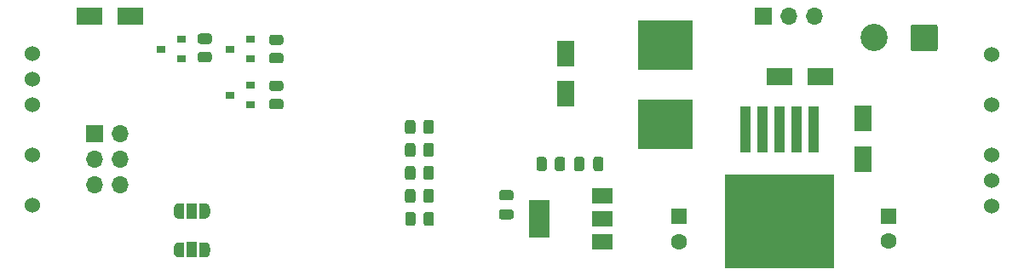
<source format=gbr>
%TF.GenerationSoftware,KiCad,Pcbnew,5.1.9+dfsg1-1*%
%TF.CreationDate,2021-11-29T12:28:50+01:00*%
%TF.ProjectId,Esp8266AquariumLight,45737038-3236-4364-9171-75617269756d,rev?*%
%TF.SameCoordinates,Original*%
%TF.FileFunction,Soldermask,Top*%
%TF.FilePolarity,Negative*%
%FSLAX46Y46*%
G04 Gerber Fmt 4.6, Leading zero omitted, Abs format (unit mm)*
G04 Created by KiCad (PCBNEW 5.1.9+dfsg1-1) date 2021-11-29 12:28:50*
%MOMM*%
%LPD*%
G01*
G04 APERTURE LIST*
%ADD10C,2.700000*%
%ADD11R,1.000000X1.500000*%
%ADD12C,0.100000*%
%ADD13R,5.400000X4.900000*%
%ADD14C,1.600000*%
%ADD15R,1.600000X1.600000*%
%ADD16O,1.700000X1.700000*%
%ADD17R,1.700000X1.700000*%
%ADD18R,2.500000X1.800000*%
%ADD19R,0.900000X0.800000*%
%ADD20R,10.800000X9.400000*%
%ADD21R,1.100000X4.600000*%
%ADD22C,1.524000*%
%ADD23R,2.000000X1.500000*%
%ADD24R,2.000000X3.800000*%
%ADD25R,1.800000X2.500000*%
G04 APERTURE END LIST*
D10*
%TO.C,J1*%
X186130000Y-105320000D03*
G36*
G01*
X192480000Y-104220001D02*
X192480000Y-106419999D01*
G75*
G02*
X192229999Y-106670000I-250001J0D01*
G01*
X190030001Y-106670000D01*
G75*
G02*
X189780000Y-106419999I0J250001D01*
G01*
X189780000Y-104220001D01*
G75*
G02*
X190030001Y-103970000I250001J0D01*
G01*
X192229999Y-103970000D01*
G75*
G02*
X192480000Y-104220001I0J-250001D01*
G01*
G37*
%TD*%
D11*
%TO.C,JP2*%
X118360000Y-126400000D03*
D12*
G36*
X119660000Y-125650602D02*
G01*
X119684534Y-125650602D01*
X119733365Y-125655412D01*
X119781490Y-125664984D01*
X119828445Y-125679228D01*
X119873778Y-125698005D01*
X119917051Y-125721136D01*
X119957850Y-125748396D01*
X119995779Y-125779524D01*
X120030476Y-125814221D01*
X120061604Y-125852150D01*
X120088864Y-125892949D01*
X120111995Y-125936222D01*
X120130772Y-125981555D01*
X120145016Y-126028510D01*
X120154588Y-126076635D01*
X120159398Y-126125466D01*
X120159398Y-126150000D01*
X120160000Y-126150000D01*
X120160000Y-126650000D01*
X120159398Y-126650000D01*
X120159398Y-126674534D01*
X120154588Y-126723365D01*
X120145016Y-126771490D01*
X120130772Y-126818445D01*
X120111995Y-126863778D01*
X120088864Y-126907051D01*
X120061604Y-126947850D01*
X120030476Y-126985779D01*
X119995779Y-127020476D01*
X119957850Y-127051604D01*
X119917051Y-127078864D01*
X119873778Y-127101995D01*
X119828445Y-127120772D01*
X119781490Y-127135016D01*
X119733365Y-127144588D01*
X119684534Y-127149398D01*
X119660000Y-127149398D01*
X119660000Y-127150000D01*
X119110000Y-127150000D01*
X119110000Y-125650000D01*
X119660000Y-125650000D01*
X119660000Y-125650602D01*
G37*
G36*
X117610000Y-127150000D02*
G01*
X117060000Y-127150000D01*
X117060000Y-127149398D01*
X117035466Y-127149398D01*
X116986635Y-127144588D01*
X116938510Y-127135016D01*
X116891555Y-127120772D01*
X116846222Y-127101995D01*
X116802949Y-127078864D01*
X116762150Y-127051604D01*
X116724221Y-127020476D01*
X116689524Y-126985779D01*
X116658396Y-126947850D01*
X116631136Y-126907051D01*
X116608005Y-126863778D01*
X116589228Y-126818445D01*
X116574984Y-126771490D01*
X116565412Y-126723365D01*
X116560602Y-126674534D01*
X116560602Y-126650000D01*
X116560000Y-126650000D01*
X116560000Y-126150000D01*
X116560602Y-126150000D01*
X116560602Y-126125466D01*
X116565412Y-126076635D01*
X116574984Y-126028510D01*
X116589228Y-125981555D01*
X116608005Y-125936222D01*
X116631136Y-125892949D01*
X116658396Y-125852150D01*
X116689524Y-125814221D01*
X116724221Y-125779524D01*
X116762150Y-125748396D01*
X116802949Y-125721136D01*
X116846222Y-125698005D01*
X116891555Y-125679228D01*
X116938510Y-125664984D01*
X116986635Y-125655412D01*
X117035466Y-125650602D01*
X117060000Y-125650602D01*
X117060000Y-125650000D01*
X117610000Y-125650000D01*
X117610000Y-127150000D01*
G37*
%TD*%
D11*
%TO.C,JP1*%
X118360000Y-122530000D03*
D12*
G36*
X119660000Y-121780602D02*
G01*
X119684534Y-121780602D01*
X119733365Y-121785412D01*
X119781490Y-121794984D01*
X119828445Y-121809228D01*
X119873778Y-121828005D01*
X119917051Y-121851136D01*
X119957850Y-121878396D01*
X119995779Y-121909524D01*
X120030476Y-121944221D01*
X120061604Y-121982150D01*
X120088864Y-122022949D01*
X120111995Y-122066222D01*
X120130772Y-122111555D01*
X120145016Y-122158510D01*
X120154588Y-122206635D01*
X120159398Y-122255466D01*
X120159398Y-122280000D01*
X120160000Y-122280000D01*
X120160000Y-122780000D01*
X120159398Y-122780000D01*
X120159398Y-122804534D01*
X120154588Y-122853365D01*
X120145016Y-122901490D01*
X120130772Y-122948445D01*
X120111995Y-122993778D01*
X120088864Y-123037051D01*
X120061604Y-123077850D01*
X120030476Y-123115779D01*
X119995779Y-123150476D01*
X119957850Y-123181604D01*
X119917051Y-123208864D01*
X119873778Y-123231995D01*
X119828445Y-123250772D01*
X119781490Y-123265016D01*
X119733365Y-123274588D01*
X119684534Y-123279398D01*
X119660000Y-123279398D01*
X119660000Y-123280000D01*
X119110000Y-123280000D01*
X119110000Y-121780000D01*
X119660000Y-121780000D01*
X119660000Y-121780602D01*
G37*
G36*
X117610000Y-123280000D02*
G01*
X117060000Y-123280000D01*
X117060000Y-123279398D01*
X117035466Y-123279398D01*
X116986635Y-123274588D01*
X116938510Y-123265016D01*
X116891555Y-123250772D01*
X116846222Y-123231995D01*
X116802949Y-123208864D01*
X116762150Y-123181604D01*
X116724221Y-123150476D01*
X116689524Y-123115779D01*
X116658396Y-123077850D01*
X116631136Y-123037051D01*
X116608005Y-122993778D01*
X116589228Y-122948445D01*
X116574984Y-122901490D01*
X116565412Y-122853365D01*
X116560602Y-122804534D01*
X116560602Y-122780000D01*
X116560000Y-122780000D01*
X116560000Y-122280000D01*
X116560602Y-122280000D01*
X116560602Y-122255466D01*
X116565412Y-122206635D01*
X116574984Y-122158510D01*
X116589228Y-122111555D01*
X116608005Y-122066222D01*
X116631136Y-122022949D01*
X116658396Y-121982150D01*
X116689524Y-121944221D01*
X116724221Y-121909524D01*
X116762150Y-121878396D01*
X116802949Y-121851136D01*
X116846222Y-121828005D01*
X116891555Y-121809228D01*
X116938510Y-121794984D01*
X116986635Y-121785412D01*
X117035466Y-121780602D01*
X117060000Y-121780602D01*
X117060000Y-121780000D01*
X117610000Y-121780000D01*
X117610000Y-123280000D01*
G37*
%TD*%
D13*
%TO.C,L1*%
X165430000Y-106030000D03*
X165430000Y-113930000D03*
%TD*%
D14*
%TO.C,C1*%
X187630000Y-125550000D03*
D15*
X187630000Y-123050000D03*
%TD*%
D16*
%TO.C,J3*%
X180210000Y-103124000D03*
X177670000Y-103124000D03*
D17*
X175130000Y-103124000D03*
%TD*%
D16*
%TO.C,J2*%
X111252000Y-119888000D03*
X108712000Y-119888000D03*
X111252000Y-117348000D03*
X108712000Y-117348000D03*
X111252000Y-114808000D03*
D17*
X108712000Y-114808000D03*
%TD*%
%TO.C,R3*%
G36*
G01*
X120084001Y-105922500D02*
X119183999Y-105922500D01*
G75*
G02*
X118934000Y-105672501I0J249999D01*
G01*
X118934000Y-105147499D01*
G75*
G02*
X119183999Y-104897500I249999J0D01*
G01*
X120084001Y-104897500D01*
G75*
G02*
X120334000Y-105147499I0J-249999D01*
G01*
X120334000Y-105672501D01*
G75*
G02*
X120084001Y-105922500I-249999J0D01*
G01*
G37*
G36*
G01*
X120084001Y-107747500D02*
X119183999Y-107747500D01*
G75*
G02*
X118934000Y-107497501I0J249999D01*
G01*
X118934000Y-106972499D01*
G75*
G02*
X119183999Y-106722500I249999J0D01*
G01*
X120084001Y-106722500D01*
G75*
G02*
X120334000Y-106972499I0J-249999D01*
G01*
X120334000Y-107497501D01*
G75*
G02*
X120084001Y-107747500I-249999J0D01*
G01*
G37*
%TD*%
%TO.C,R4*%
G36*
G01*
X154427500Y-118306001D02*
X154427500Y-117405999D01*
G75*
G02*
X154677499Y-117156000I249999J0D01*
G01*
X155202501Y-117156000D01*
G75*
G02*
X155452500Y-117405999I0J-249999D01*
G01*
X155452500Y-118306001D01*
G75*
G02*
X155202501Y-118556000I-249999J0D01*
G01*
X154677499Y-118556000D01*
G75*
G02*
X154427500Y-118306001I0J249999D01*
G01*
G37*
G36*
G01*
X152602500Y-118306001D02*
X152602500Y-117405999D01*
G75*
G02*
X152852499Y-117156000I249999J0D01*
G01*
X153377501Y-117156000D01*
G75*
G02*
X153627500Y-117405999I0J-249999D01*
G01*
X153627500Y-118306001D01*
G75*
G02*
X153377501Y-118556000I-249999J0D01*
G01*
X152852499Y-118556000D01*
G75*
G02*
X152602500Y-118306001I0J249999D01*
G01*
G37*
%TD*%
D18*
%TO.C,D4*%
X112204000Y-103124000D03*
X108204000Y-103124000D03*
%TD*%
D19*
%TO.C,Q3*%
X115332000Y-106426000D03*
X117332000Y-105476000D03*
X117332000Y-107376000D03*
%TD*%
D20*
%TO.C,U3*%
X176775000Y-123550000D03*
D21*
X173375000Y-114400000D03*
X175075000Y-114400000D03*
X176775000Y-114400000D03*
X178475000Y-114400000D03*
X180175000Y-114400000D03*
%TD*%
%TO.C,R2*%
G36*
G01*
X127196001Y-106026000D02*
X126295999Y-106026000D01*
G75*
G02*
X126046000Y-105776001I0J249999D01*
G01*
X126046000Y-105250999D01*
G75*
G02*
X126295999Y-105001000I249999J0D01*
G01*
X127196001Y-105001000D01*
G75*
G02*
X127446000Y-105250999I0J-249999D01*
G01*
X127446000Y-105776001D01*
G75*
G02*
X127196001Y-106026000I-249999J0D01*
G01*
G37*
G36*
G01*
X127196001Y-107851000D02*
X126295999Y-107851000D01*
G75*
G02*
X126046000Y-107601001I0J249999D01*
G01*
X126046000Y-107075999D01*
G75*
G02*
X126295999Y-106826000I249999J0D01*
G01*
X127196001Y-106826000D01*
G75*
G02*
X127446000Y-107075999I0J-249999D01*
G01*
X127446000Y-107601001D01*
G75*
G02*
X127196001Y-107851000I-249999J0D01*
G01*
G37*
%TD*%
%TO.C,R1*%
G36*
G01*
X127196001Y-110598000D02*
X126295999Y-110598000D01*
G75*
G02*
X126046000Y-110348001I0J249999D01*
G01*
X126046000Y-109822999D01*
G75*
G02*
X126295999Y-109573000I249999J0D01*
G01*
X127196001Y-109573000D01*
G75*
G02*
X127446000Y-109822999I0J-249999D01*
G01*
X127446000Y-110348001D01*
G75*
G02*
X127196001Y-110598000I-249999J0D01*
G01*
G37*
G36*
G01*
X127196001Y-112423000D02*
X126295999Y-112423000D01*
G75*
G02*
X126046000Y-112173001I0J249999D01*
G01*
X126046000Y-111647999D01*
G75*
G02*
X126295999Y-111398000I249999J0D01*
G01*
X127196001Y-111398000D01*
G75*
G02*
X127446000Y-111647999I0J-249999D01*
G01*
X127446000Y-112173001D01*
G75*
G02*
X127196001Y-112423000I-249999J0D01*
G01*
G37*
%TD*%
D19*
%TO.C,Q2*%
X122190000Y-106426000D03*
X124190000Y-105476000D03*
X124190000Y-107376000D03*
%TD*%
%TO.C,Q1*%
X122190000Y-110998000D03*
X124190000Y-110048000D03*
X124190000Y-111948000D03*
%TD*%
D22*
%TO.C,U5*%
X197875000Y-122080000D03*
X197875000Y-119540000D03*
X197875000Y-117000000D03*
X197875000Y-112000000D03*
X197875000Y-107000000D03*
%TD*%
%TO.C,U4*%
X102475000Y-106920000D03*
X102475000Y-109460000D03*
X102475000Y-112000000D03*
X102475000Y-117000000D03*
X102475000Y-122000000D03*
%TD*%
D23*
%TO.C,U1*%
X159180000Y-125590000D03*
X159180000Y-120990000D03*
X159180000Y-123290000D03*
D24*
X152880000Y-123290000D03*
%TD*%
%TO.C,R9*%
G36*
G01*
X141390000Y-123780001D02*
X141390000Y-122879999D01*
G75*
G02*
X141639999Y-122630000I249999J0D01*
G01*
X142165001Y-122630000D01*
G75*
G02*
X142415000Y-122879999I0J-249999D01*
G01*
X142415000Y-123780001D01*
G75*
G02*
X142165001Y-124030000I-249999J0D01*
G01*
X141639999Y-124030000D01*
G75*
G02*
X141390000Y-123780001I0J249999D01*
G01*
G37*
G36*
G01*
X139565000Y-123780001D02*
X139565000Y-122879999D01*
G75*
G02*
X139814999Y-122630000I249999J0D01*
G01*
X140340001Y-122630000D01*
G75*
G02*
X140590000Y-122879999I0J-249999D01*
G01*
X140590000Y-123780001D01*
G75*
G02*
X140340001Y-124030000I-249999J0D01*
G01*
X139814999Y-124030000D01*
G75*
G02*
X139565000Y-123780001I0J249999D01*
G01*
G37*
%TD*%
%TO.C,R8*%
G36*
G01*
X140570000Y-116011999D02*
X140570000Y-116912001D01*
G75*
G02*
X140320001Y-117162000I-249999J0D01*
G01*
X139794999Y-117162000D01*
G75*
G02*
X139545000Y-116912001I0J249999D01*
G01*
X139545000Y-116011999D01*
G75*
G02*
X139794999Y-115762000I249999J0D01*
G01*
X140320001Y-115762000D01*
G75*
G02*
X140570000Y-116011999I0J-249999D01*
G01*
G37*
G36*
G01*
X142395000Y-116011999D02*
X142395000Y-116912001D01*
G75*
G02*
X142145001Y-117162000I-249999J0D01*
G01*
X141619999Y-117162000D01*
G75*
G02*
X141370000Y-116912001I0J249999D01*
G01*
X141370000Y-116011999D01*
G75*
G02*
X141619999Y-115762000I249999J0D01*
G01*
X142145001Y-115762000D01*
G75*
G02*
X142395000Y-116011999I0J-249999D01*
G01*
G37*
%TD*%
%TO.C,R7*%
G36*
G01*
X140570000Y-113725999D02*
X140570000Y-114626001D01*
G75*
G02*
X140320001Y-114876000I-249999J0D01*
G01*
X139794999Y-114876000D01*
G75*
G02*
X139545000Y-114626001I0J249999D01*
G01*
X139545000Y-113725999D01*
G75*
G02*
X139794999Y-113476000I249999J0D01*
G01*
X140320001Y-113476000D01*
G75*
G02*
X140570000Y-113725999I0J-249999D01*
G01*
G37*
G36*
G01*
X142395000Y-113725999D02*
X142395000Y-114626001D01*
G75*
G02*
X142145001Y-114876000I-249999J0D01*
G01*
X141619999Y-114876000D01*
G75*
G02*
X141370000Y-114626001I0J249999D01*
G01*
X141370000Y-113725999D01*
G75*
G02*
X141619999Y-113476000I249999J0D01*
G01*
X142145001Y-113476000D01*
G75*
G02*
X142395000Y-113725999I0J-249999D01*
G01*
G37*
%TD*%
%TO.C,R6*%
G36*
G01*
X141370000Y-121484001D02*
X141370000Y-120583999D01*
G75*
G02*
X141619999Y-120334000I249999J0D01*
G01*
X142145001Y-120334000D01*
G75*
G02*
X142395000Y-120583999I0J-249999D01*
G01*
X142395000Y-121484001D01*
G75*
G02*
X142145001Y-121734000I-249999J0D01*
G01*
X141619999Y-121734000D01*
G75*
G02*
X141370000Y-121484001I0J249999D01*
G01*
G37*
G36*
G01*
X139545000Y-121484001D02*
X139545000Y-120583999D01*
G75*
G02*
X139794999Y-120334000I249999J0D01*
G01*
X140320001Y-120334000D01*
G75*
G02*
X140570000Y-120583999I0J-249999D01*
G01*
X140570000Y-121484001D01*
G75*
G02*
X140320001Y-121734000I-249999J0D01*
G01*
X139794999Y-121734000D01*
G75*
G02*
X139545000Y-121484001I0J249999D01*
G01*
G37*
%TD*%
%TO.C,R5*%
G36*
G01*
X141370000Y-119198001D02*
X141370000Y-118297999D01*
G75*
G02*
X141619999Y-118048000I249999J0D01*
G01*
X142145001Y-118048000D01*
G75*
G02*
X142395000Y-118297999I0J-249999D01*
G01*
X142395000Y-119198001D01*
G75*
G02*
X142145001Y-119448000I-249999J0D01*
G01*
X141619999Y-119448000D01*
G75*
G02*
X141370000Y-119198001I0J249999D01*
G01*
G37*
G36*
G01*
X139545000Y-119198001D02*
X139545000Y-118297999D01*
G75*
G02*
X139794999Y-118048000I249999J0D01*
G01*
X140320001Y-118048000D01*
G75*
G02*
X140570000Y-118297999I0J-249999D01*
G01*
X140570000Y-119198001D01*
G75*
G02*
X140320001Y-119448000I-249999J0D01*
G01*
X139794999Y-119448000D01*
G75*
G02*
X139545000Y-119198001I0J249999D01*
G01*
G37*
%TD*%
D25*
%TO.C,D3*%
X155550000Y-106890000D03*
X155550000Y-110890000D03*
%TD*%
D18*
%TO.C,D2*%
X180784000Y-109175000D03*
X176784000Y-109175000D03*
%TD*%
D25*
%TO.C,D1*%
X185025000Y-113350000D03*
X185025000Y-117350000D03*
%TD*%
D14*
%TO.C,C5*%
X166775000Y-125600000D03*
D15*
X166775000Y-123100000D03*
%TD*%
%TO.C,C4*%
G36*
G01*
X158250000Y-118331000D02*
X158250000Y-117381000D01*
G75*
G02*
X158500000Y-117131000I250000J0D01*
G01*
X159000000Y-117131000D01*
G75*
G02*
X159250000Y-117381000I0J-250000D01*
G01*
X159250000Y-118331000D01*
G75*
G02*
X159000000Y-118581000I-250000J0D01*
G01*
X158500000Y-118581000D01*
G75*
G02*
X158250000Y-118331000I0J250000D01*
G01*
G37*
G36*
G01*
X156350000Y-118331000D02*
X156350000Y-117381000D01*
G75*
G02*
X156600000Y-117131000I250000J0D01*
G01*
X157100000Y-117131000D01*
G75*
G02*
X157350000Y-117381000I0J-250000D01*
G01*
X157350000Y-118331000D01*
G75*
G02*
X157100000Y-118581000I-250000J0D01*
G01*
X156600000Y-118581000D01*
G75*
G02*
X156350000Y-118331000I0J250000D01*
G01*
G37*
%TD*%
%TO.C,C2*%
G36*
G01*
X150081000Y-121470000D02*
X149131000Y-121470000D01*
G75*
G02*
X148881000Y-121220000I0J250000D01*
G01*
X148881000Y-120720000D01*
G75*
G02*
X149131000Y-120470000I250000J0D01*
G01*
X150081000Y-120470000D01*
G75*
G02*
X150331000Y-120720000I0J-250000D01*
G01*
X150331000Y-121220000D01*
G75*
G02*
X150081000Y-121470000I-250000J0D01*
G01*
G37*
G36*
G01*
X150081000Y-123370000D02*
X149131000Y-123370000D01*
G75*
G02*
X148881000Y-123120000I0J250000D01*
G01*
X148881000Y-122620000D01*
G75*
G02*
X149131000Y-122370000I250000J0D01*
G01*
X150081000Y-122370000D01*
G75*
G02*
X150331000Y-122620000I0J-250000D01*
G01*
X150331000Y-123120000D01*
G75*
G02*
X150081000Y-123370000I-250000J0D01*
G01*
G37*
%TD*%
M02*

</source>
